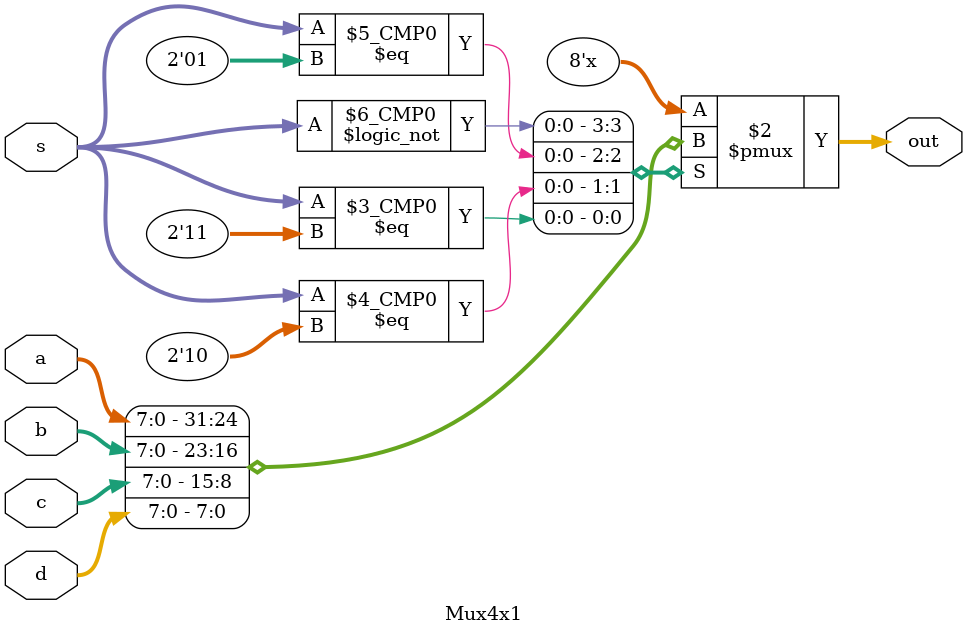
<source format=v>
module Mux4x1(input [1:0] s, input [7:0] a, b, c, d, output reg [7:0] out);
always @(a, b, c, d, s)
begin
case(s)
    2'b00 : out = a;
    2'b01 : out = b;
    2'b10 : out = c;
    2'b11 : out = d;
endcase
end
endmodule

</source>
